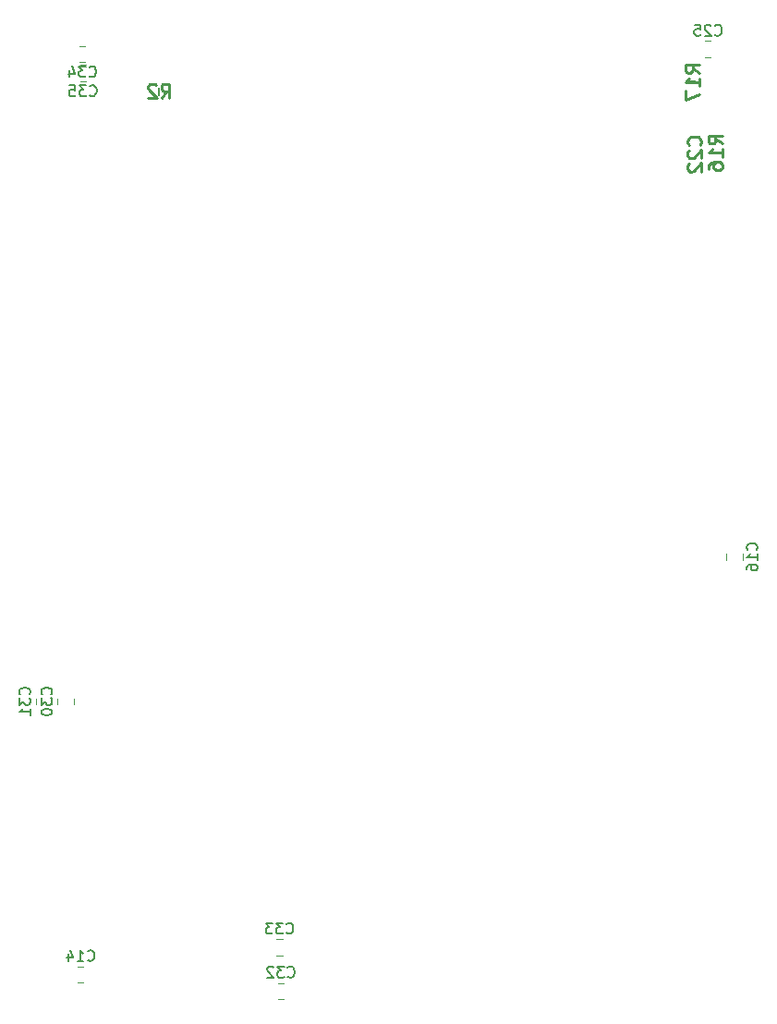
<source format=gbr>
%TF.GenerationSoftware,KiCad,Pcbnew,9.0.7*%
%TF.CreationDate,2026-02-25T21:26:21-06:00*%
%TF.ProjectId,circle_of_life,63697263-6c65-45f6-9f66-5f6c6966652e,rev?*%
%TF.SameCoordinates,Original*%
%TF.FileFunction,Legend,Bot*%
%TF.FilePolarity,Positive*%
%FSLAX46Y46*%
G04 Gerber Fmt 4.6, Leading zero omitted, Abs format (unit mm)*
G04 Created by KiCad (PCBNEW 9.0.7) date 2026-02-25 21:26:21*
%MOMM*%
%LPD*%
G01*
G04 APERTURE LIST*
%ADD10C,0.254000*%
%ADD11C,0.150000*%
%ADD12C,0.200000*%
%ADD13C,0.120000*%
G04 APERTURE END LIST*
D10*
X151174318Y-111693571D02*
X150569556Y-111270237D01*
X151174318Y-110967856D02*
X149904318Y-110967856D01*
X149904318Y-110967856D02*
X149904318Y-111451666D01*
X149904318Y-111451666D02*
X149964794Y-111572618D01*
X149964794Y-111572618D02*
X150025270Y-111633095D01*
X150025270Y-111633095D02*
X150146222Y-111693571D01*
X150146222Y-111693571D02*
X150327651Y-111693571D01*
X150327651Y-111693571D02*
X150448603Y-111633095D01*
X150448603Y-111633095D02*
X150509080Y-111572618D01*
X150509080Y-111572618D02*
X150569556Y-111451666D01*
X150569556Y-111451666D02*
X150569556Y-110967856D01*
X151174318Y-112903095D02*
X151174318Y-112177380D01*
X151174318Y-112540237D02*
X149904318Y-112540237D01*
X149904318Y-112540237D02*
X150085746Y-112419285D01*
X150085746Y-112419285D02*
X150206699Y-112298333D01*
X150206699Y-112298333D02*
X150267175Y-112177380D01*
X149904318Y-113326428D02*
X149904318Y-114173095D01*
X149904318Y-114173095D02*
X151174318Y-113628809D01*
D11*
X95292857Y-111989580D02*
X95340476Y-112037200D01*
X95340476Y-112037200D02*
X95483333Y-112084819D01*
X95483333Y-112084819D02*
X95578571Y-112084819D01*
X95578571Y-112084819D02*
X95721428Y-112037200D01*
X95721428Y-112037200D02*
X95816666Y-111941961D01*
X95816666Y-111941961D02*
X95864285Y-111846723D01*
X95864285Y-111846723D02*
X95911904Y-111656247D01*
X95911904Y-111656247D02*
X95911904Y-111513390D01*
X95911904Y-111513390D02*
X95864285Y-111322914D01*
X95864285Y-111322914D02*
X95816666Y-111227676D01*
X95816666Y-111227676D02*
X95721428Y-111132438D01*
X95721428Y-111132438D02*
X95578571Y-111084819D01*
X95578571Y-111084819D02*
X95483333Y-111084819D01*
X95483333Y-111084819D02*
X95340476Y-111132438D01*
X95340476Y-111132438D02*
X95292857Y-111180057D01*
X94959523Y-111084819D02*
X94340476Y-111084819D01*
X94340476Y-111084819D02*
X94673809Y-111465771D01*
X94673809Y-111465771D02*
X94530952Y-111465771D01*
X94530952Y-111465771D02*
X94435714Y-111513390D01*
X94435714Y-111513390D02*
X94388095Y-111561009D01*
X94388095Y-111561009D02*
X94340476Y-111656247D01*
X94340476Y-111656247D02*
X94340476Y-111894342D01*
X94340476Y-111894342D02*
X94388095Y-111989580D01*
X94388095Y-111989580D02*
X94435714Y-112037200D01*
X94435714Y-112037200D02*
X94530952Y-112084819D01*
X94530952Y-112084819D02*
X94816666Y-112084819D01*
X94816666Y-112084819D02*
X94911904Y-112037200D01*
X94911904Y-112037200D02*
X94959523Y-111989580D01*
X93483333Y-111418152D02*
X93483333Y-112084819D01*
X93721428Y-111037200D02*
X93959523Y-111751485D01*
X93959523Y-111751485D02*
X93340476Y-111751485D01*
X156439580Y-155387142D02*
X156487200Y-155339523D01*
X156487200Y-155339523D02*
X156534819Y-155196666D01*
X156534819Y-155196666D02*
X156534819Y-155101428D01*
X156534819Y-155101428D02*
X156487200Y-154958571D01*
X156487200Y-154958571D02*
X156391961Y-154863333D01*
X156391961Y-154863333D02*
X156296723Y-154815714D01*
X156296723Y-154815714D02*
X156106247Y-154768095D01*
X156106247Y-154768095D02*
X155963390Y-154768095D01*
X155963390Y-154768095D02*
X155772914Y-154815714D01*
X155772914Y-154815714D02*
X155677676Y-154863333D01*
X155677676Y-154863333D02*
X155582438Y-154958571D01*
X155582438Y-154958571D02*
X155534819Y-155101428D01*
X155534819Y-155101428D02*
X155534819Y-155196666D01*
X155534819Y-155196666D02*
X155582438Y-155339523D01*
X155582438Y-155339523D02*
X155630057Y-155387142D01*
X156534819Y-156339523D02*
X156534819Y-155768095D01*
X156534819Y-156053809D02*
X155534819Y-156053809D01*
X155534819Y-156053809D02*
X155677676Y-155958571D01*
X155677676Y-155958571D02*
X155772914Y-155863333D01*
X155772914Y-155863333D02*
X155820533Y-155768095D01*
X155534819Y-157196666D02*
X155534819Y-157006190D01*
X155534819Y-157006190D02*
X155582438Y-156910952D01*
X155582438Y-156910952D02*
X155630057Y-156863333D01*
X155630057Y-156863333D02*
X155772914Y-156768095D01*
X155772914Y-156768095D02*
X155963390Y-156720476D01*
X155963390Y-156720476D02*
X156344342Y-156720476D01*
X156344342Y-156720476D02*
X156439580Y-156768095D01*
X156439580Y-156768095D02*
X156487200Y-156815714D01*
X156487200Y-156815714D02*
X156534819Y-156910952D01*
X156534819Y-156910952D02*
X156534819Y-157101428D01*
X156534819Y-157101428D02*
X156487200Y-157196666D01*
X156487200Y-157196666D02*
X156439580Y-157244285D01*
X156439580Y-157244285D02*
X156344342Y-157291904D01*
X156344342Y-157291904D02*
X156106247Y-157291904D01*
X156106247Y-157291904D02*
X156011009Y-157244285D01*
X156011009Y-157244285D02*
X155963390Y-157196666D01*
X155963390Y-157196666D02*
X155915771Y-157101428D01*
X155915771Y-157101428D02*
X155915771Y-156910952D01*
X155915771Y-156910952D02*
X155963390Y-156815714D01*
X155963390Y-156815714D02*
X156011009Y-156768095D01*
X156011009Y-156768095D02*
X156106247Y-156720476D01*
D10*
X151253365Y-118313571D02*
X151313842Y-118253095D01*
X151313842Y-118253095D02*
X151374318Y-118071666D01*
X151374318Y-118071666D02*
X151374318Y-117950714D01*
X151374318Y-117950714D02*
X151313842Y-117769285D01*
X151313842Y-117769285D02*
X151192889Y-117648333D01*
X151192889Y-117648333D02*
X151071937Y-117587856D01*
X151071937Y-117587856D02*
X150830032Y-117527380D01*
X150830032Y-117527380D02*
X150648603Y-117527380D01*
X150648603Y-117527380D02*
X150406699Y-117587856D01*
X150406699Y-117587856D02*
X150285746Y-117648333D01*
X150285746Y-117648333D02*
X150164794Y-117769285D01*
X150164794Y-117769285D02*
X150104318Y-117950714D01*
X150104318Y-117950714D02*
X150104318Y-118071666D01*
X150104318Y-118071666D02*
X150164794Y-118253095D01*
X150164794Y-118253095D02*
X150225270Y-118313571D01*
X150225270Y-118797380D02*
X150164794Y-118857856D01*
X150164794Y-118857856D02*
X150104318Y-118978809D01*
X150104318Y-118978809D02*
X150104318Y-119281190D01*
X150104318Y-119281190D02*
X150164794Y-119402142D01*
X150164794Y-119402142D02*
X150225270Y-119462618D01*
X150225270Y-119462618D02*
X150346222Y-119523095D01*
X150346222Y-119523095D02*
X150467175Y-119523095D01*
X150467175Y-119523095D02*
X150648603Y-119462618D01*
X150648603Y-119462618D02*
X151374318Y-118736904D01*
X151374318Y-118736904D02*
X151374318Y-119523095D01*
X150225270Y-120006904D02*
X150164794Y-120067380D01*
X150164794Y-120067380D02*
X150104318Y-120188333D01*
X150104318Y-120188333D02*
X150104318Y-120490714D01*
X150104318Y-120490714D02*
X150164794Y-120611666D01*
X150164794Y-120611666D02*
X150225270Y-120672142D01*
X150225270Y-120672142D02*
X150346222Y-120732619D01*
X150346222Y-120732619D02*
X150467175Y-120732619D01*
X150467175Y-120732619D02*
X150648603Y-120672142D01*
X150648603Y-120672142D02*
X151374318Y-119946428D01*
X151374318Y-119946428D02*
X151374318Y-120732619D01*
D11*
X95332857Y-113739580D02*
X95380476Y-113787200D01*
X95380476Y-113787200D02*
X95523333Y-113834819D01*
X95523333Y-113834819D02*
X95618571Y-113834819D01*
X95618571Y-113834819D02*
X95761428Y-113787200D01*
X95761428Y-113787200D02*
X95856666Y-113691961D01*
X95856666Y-113691961D02*
X95904285Y-113596723D01*
X95904285Y-113596723D02*
X95951904Y-113406247D01*
X95951904Y-113406247D02*
X95951904Y-113263390D01*
X95951904Y-113263390D02*
X95904285Y-113072914D01*
X95904285Y-113072914D02*
X95856666Y-112977676D01*
X95856666Y-112977676D02*
X95761428Y-112882438D01*
X95761428Y-112882438D02*
X95618571Y-112834819D01*
X95618571Y-112834819D02*
X95523333Y-112834819D01*
X95523333Y-112834819D02*
X95380476Y-112882438D01*
X95380476Y-112882438D02*
X95332857Y-112930057D01*
X94999523Y-112834819D02*
X94380476Y-112834819D01*
X94380476Y-112834819D02*
X94713809Y-113215771D01*
X94713809Y-113215771D02*
X94570952Y-113215771D01*
X94570952Y-113215771D02*
X94475714Y-113263390D01*
X94475714Y-113263390D02*
X94428095Y-113311009D01*
X94428095Y-113311009D02*
X94380476Y-113406247D01*
X94380476Y-113406247D02*
X94380476Y-113644342D01*
X94380476Y-113644342D02*
X94428095Y-113739580D01*
X94428095Y-113739580D02*
X94475714Y-113787200D01*
X94475714Y-113787200D02*
X94570952Y-113834819D01*
X94570952Y-113834819D02*
X94856666Y-113834819D01*
X94856666Y-113834819D02*
X94951904Y-113787200D01*
X94951904Y-113787200D02*
X94999523Y-113739580D01*
X93475714Y-112834819D02*
X93951904Y-112834819D01*
X93951904Y-112834819D02*
X93999523Y-113311009D01*
X93999523Y-113311009D02*
X93951904Y-113263390D01*
X93951904Y-113263390D02*
X93856666Y-113215771D01*
X93856666Y-113215771D02*
X93618571Y-113215771D01*
X93618571Y-113215771D02*
X93523333Y-113263390D01*
X93523333Y-113263390D02*
X93475714Y-113311009D01*
X93475714Y-113311009D02*
X93428095Y-113406247D01*
X93428095Y-113406247D02*
X93428095Y-113644342D01*
X93428095Y-113644342D02*
X93475714Y-113739580D01*
X93475714Y-113739580D02*
X93523333Y-113787200D01*
X93523333Y-113787200D02*
X93618571Y-113834819D01*
X93618571Y-113834819D02*
X93856666Y-113834819D01*
X93856666Y-113834819D02*
X93951904Y-113787200D01*
X93951904Y-113787200D02*
X93999523Y-113739580D01*
X152628653Y-108189580D02*
X152676272Y-108237200D01*
X152676272Y-108237200D02*
X152819129Y-108284819D01*
X152819129Y-108284819D02*
X152914367Y-108284819D01*
X152914367Y-108284819D02*
X153057224Y-108237200D01*
X153057224Y-108237200D02*
X153152462Y-108141961D01*
X153152462Y-108141961D02*
X153200081Y-108046723D01*
X153200081Y-108046723D02*
X153247700Y-107856247D01*
X153247700Y-107856247D02*
X153247700Y-107713390D01*
X153247700Y-107713390D02*
X153200081Y-107522914D01*
X153200081Y-107522914D02*
X153152462Y-107427676D01*
X153152462Y-107427676D02*
X153057224Y-107332438D01*
X153057224Y-107332438D02*
X152914367Y-107284819D01*
X152914367Y-107284819D02*
X152819129Y-107284819D01*
X152819129Y-107284819D02*
X152676272Y-107332438D01*
X152676272Y-107332438D02*
X152628653Y-107380057D01*
X152247700Y-107380057D02*
X152200081Y-107332438D01*
X152200081Y-107332438D02*
X152104843Y-107284819D01*
X152104843Y-107284819D02*
X151866748Y-107284819D01*
X151866748Y-107284819D02*
X151771510Y-107332438D01*
X151771510Y-107332438D02*
X151723891Y-107380057D01*
X151723891Y-107380057D02*
X151676272Y-107475295D01*
X151676272Y-107475295D02*
X151676272Y-107570533D01*
X151676272Y-107570533D02*
X151723891Y-107713390D01*
X151723891Y-107713390D02*
X152295319Y-108284819D01*
X152295319Y-108284819D02*
X151676272Y-108284819D01*
X150771510Y-107284819D02*
X151247700Y-107284819D01*
X151247700Y-107284819D02*
X151295319Y-107761009D01*
X151295319Y-107761009D02*
X151247700Y-107713390D01*
X151247700Y-107713390D02*
X151152462Y-107665771D01*
X151152462Y-107665771D02*
X150914367Y-107665771D01*
X150914367Y-107665771D02*
X150819129Y-107713390D01*
X150819129Y-107713390D02*
X150771510Y-107761009D01*
X150771510Y-107761009D02*
X150723891Y-107856247D01*
X150723891Y-107856247D02*
X150723891Y-108094342D01*
X150723891Y-108094342D02*
X150771510Y-108189580D01*
X150771510Y-108189580D02*
X150819129Y-108237200D01*
X150819129Y-108237200D02*
X150914367Y-108284819D01*
X150914367Y-108284819D02*
X151152462Y-108284819D01*
X151152462Y-108284819D02*
X151247700Y-108237200D01*
X151247700Y-108237200D02*
X151295319Y-108189580D01*
D10*
X153274318Y-118183571D02*
X152669556Y-117760237D01*
X153274318Y-117457856D02*
X152004318Y-117457856D01*
X152004318Y-117457856D02*
X152004318Y-117941666D01*
X152004318Y-117941666D02*
X152064794Y-118062618D01*
X152064794Y-118062618D02*
X152125270Y-118123095D01*
X152125270Y-118123095D02*
X152246222Y-118183571D01*
X152246222Y-118183571D02*
X152427651Y-118183571D01*
X152427651Y-118183571D02*
X152548603Y-118123095D01*
X152548603Y-118123095D02*
X152609080Y-118062618D01*
X152609080Y-118062618D02*
X152669556Y-117941666D01*
X152669556Y-117941666D02*
X152669556Y-117457856D01*
X153274318Y-119393095D02*
X153274318Y-118667380D01*
X153274318Y-119030237D02*
X152004318Y-119030237D01*
X152004318Y-119030237D02*
X152185746Y-118909285D01*
X152185746Y-118909285D02*
X152306699Y-118788333D01*
X152306699Y-118788333D02*
X152367175Y-118667380D01*
X152004318Y-120481666D02*
X152004318Y-120239761D01*
X152004318Y-120239761D02*
X152064794Y-120118809D01*
X152064794Y-120118809D02*
X152125270Y-120058333D01*
X152125270Y-120058333D02*
X152306699Y-119937380D01*
X152306699Y-119937380D02*
X152548603Y-119876904D01*
X152548603Y-119876904D02*
X153032413Y-119876904D01*
X153032413Y-119876904D02*
X153153365Y-119937380D01*
X153153365Y-119937380D02*
X153213842Y-119997857D01*
X153213842Y-119997857D02*
X153274318Y-120118809D01*
X153274318Y-120118809D02*
X153274318Y-120360714D01*
X153274318Y-120360714D02*
X153213842Y-120481666D01*
X153213842Y-120481666D02*
X153153365Y-120542142D01*
X153153365Y-120542142D02*
X153032413Y-120602619D01*
X153032413Y-120602619D02*
X152730032Y-120602619D01*
X152730032Y-120602619D02*
X152609080Y-120542142D01*
X152609080Y-120542142D02*
X152548603Y-120481666D01*
X152548603Y-120481666D02*
X152488127Y-120360714D01*
X152488127Y-120360714D02*
X152488127Y-120118809D01*
X152488127Y-120118809D02*
X152548603Y-119997857D01*
X152548603Y-119997857D02*
X152609080Y-119937380D01*
X152609080Y-119937380D02*
X152730032Y-119876904D01*
D11*
X113472857Y-194479580D02*
X113520476Y-194527200D01*
X113520476Y-194527200D02*
X113663333Y-194574819D01*
X113663333Y-194574819D02*
X113758571Y-194574819D01*
X113758571Y-194574819D02*
X113901428Y-194527200D01*
X113901428Y-194527200D02*
X113996666Y-194431961D01*
X113996666Y-194431961D02*
X114044285Y-194336723D01*
X114044285Y-194336723D02*
X114091904Y-194146247D01*
X114091904Y-194146247D02*
X114091904Y-194003390D01*
X114091904Y-194003390D02*
X114044285Y-193812914D01*
X114044285Y-193812914D02*
X113996666Y-193717676D01*
X113996666Y-193717676D02*
X113901428Y-193622438D01*
X113901428Y-193622438D02*
X113758571Y-193574819D01*
X113758571Y-193574819D02*
X113663333Y-193574819D01*
X113663333Y-193574819D02*
X113520476Y-193622438D01*
X113520476Y-193622438D02*
X113472857Y-193670057D01*
X113139523Y-193574819D02*
X112520476Y-193574819D01*
X112520476Y-193574819D02*
X112853809Y-193955771D01*
X112853809Y-193955771D02*
X112710952Y-193955771D01*
X112710952Y-193955771D02*
X112615714Y-194003390D01*
X112615714Y-194003390D02*
X112568095Y-194051009D01*
X112568095Y-194051009D02*
X112520476Y-194146247D01*
X112520476Y-194146247D02*
X112520476Y-194384342D01*
X112520476Y-194384342D02*
X112568095Y-194479580D01*
X112568095Y-194479580D02*
X112615714Y-194527200D01*
X112615714Y-194527200D02*
X112710952Y-194574819D01*
X112710952Y-194574819D02*
X112996666Y-194574819D01*
X112996666Y-194574819D02*
X113091904Y-194527200D01*
X113091904Y-194527200D02*
X113139523Y-194479580D01*
X112139523Y-193670057D02*
X112091904Y-193622438D01*
X112091904Y-193622438D02*
X111996666Y-193574819D01*
X111996666Y-193574819D02*
X111758571Y-193574819D01*
X111758571Y-193574819D02*
X111663333Y-193622438D01*
X111663333Y-193622438D02*
X111615714Y-193670057D01*
X111615714Y-193670057D02*
X111568095Y-193765295D01*
X111568095Y-193765295D02*
X111568095Y-193860533D01*
X111568095Y-193860533D02*
X111615714Y-194003390D01*
X111615714Y-194003390D02*
X112187142Y-194574819D01*
X112187142Y-194574819D02*
X111568095Y-194574819D01*
D10*
X101891666Y-113974318D02*
X102315000Y-113369556D01*
X102617381Y-113974318D02*
X102617381Y-112704318D01*
X102617381Y-112704318D02*
X102133571Y-112704318D01*
X102133571Y-112704318D02*
X102012619Y-112764794D01*
X102012619Y-112764794D02*
X101952142Y-112825270D01*
X101952142Y-112825270D02*
X101891666Y-112946222D01*
X101891666Y-112946222D02*
X101891666Y-113127651D01*
X101891666Y-113127651D02*
X101952142Y-113248603D01*
X101952142Y-113248603D02*
X102012619Y-113309080D01*
X102012619Y-113309080D02*
X102133571Y-113369556D01*
X102133571Y-113369556D02*
X102617381Y-113369556D01*
X101407857Y-112825270D02*
X101347381Y-112764794D01*
X101347381Y-112764794D02*
X101226428Y-112704318D01*
X101226428Y-112704318D02*
X100924047Y-112704318D01*
X100924047Y-112704318D02*
X100803095Y-112764794D01*
X100803095Y-112764794D02*
X100742619Y-112825270D01*
X100742619Y-112825270D02*
X100682142Y-112946222D01*
X100682142Y-112946222D02*
X100682142Y-113067175D01*
X100682142Y-113067175D02*
X100742619Y-113248603D01*
X100742619Y-113248603D02*
X101468333Y-113974318D01*
X101468333Y-113974318D02*
X100682142Y-113974318D01*
D11*
X95142857Y-192979580D02*
X95190476Y-193027200D01*
X95190476Y-193027200D02*
X95333333Y-193074819D01*
X95333333Y-193074819D02*
X95428571Y-193074819D01*
X95428571Y-193074819D02*
X95571428Y-193027200D01*
X95571428Y-193027200D02*
X95666666Y-192931961D01*
X95666666Y-192931961D02*
X95714285Y-192836723D01*
X95714285Y-192836723D02*
X95761904Y-192646247D01*
X95761904Y-192646247D02*
X95761904Y-192503390D01*
X95761904Y-192503390D02*
X95714285Y-192312914D01*
X95714285Y-192312914D02*
X95666666Y-192217676D01*
X95666666Y-192217676D02*
X95571428Y-192122438D01*
X95571428Y-192122438D02*
X95428571Y-192074819D01*
X95428571Y-192074819D02*
X95333333Y-192074819D01*
X95333333Y-192074819D02*
X95190476Y-192122438D01*
X95190476Y-192122438D02*
X95142857Y-192170057D01*
X94190476Y-193074819D02*
X94761904Y-193074819D01*
X94476190Y-193074819D02*
X94476190Y-192074819D01*
X94476190Y-192074819D02*
X94571428Y-192217676D01*
X94571428Y-192217676D02*
X94666666Y-192312914D01*
X94666666Y-192312914D02*
X94761904Y-192360533D01*
X93333333Y-192408152D02*
X93333333Y-193074819D01*
X93571428Y-192027200D02*
X93809523Y-192741485D01*
X93809523Y-192741485D02*
X93190476Y-192741485D01*
X91779580Y-168627142D02*
X91827200Y-168579523D01*
X91827200Y-168579523D02*
X91874819Y-168436666D01*
X91874819Y-168436666D02*
X91874819Y-168341428D01*
X91874819Y-168341428D02*
X91827200Y-168198571D01*
X91827200Y-168198571D02*
X91731961Y-168103333D01*
X91731961Y-168103333D02*
X91636723Y-168055714D01*
X91636723Y-168055714D02*
X91446247Y-168008095D01*
X91446247Y-168008095D02*
X91303390Y-168008095D01*
X91303390Y-168008095D02*
X91112914Y-168055714D01*
X91112914Y-168055714D02*
X91017676Y-168103333D01*
X91017676Y-168103333D02*
X90922438Y-168198571D01*
X90922438Y-168198571D02*
X90874819Y-168341428D01*
X90874819Y-168341428D02*
X90874819Y-168436666D01*
X90874819Y-168436666D02*
X90922438Y-168579523D01*
X90922438Y-168579523D02*
X90970057Y-168627142D01*
X90874819Y-168960476D02*
X90874819Y-169579523D01*
X90874819Y-169579523D02*
X91255771Y-169246190D01*
X91255771Y-169246190D02*
X91255771Y-169389047D01*
X91255771Y-169389047D02*
X91303390Y-169484285D01*
X91303390Y-169484285D02*
X91351009Y-169531904D01*
X91351009Y-169531904D02*
X91446247Y-169579523D01*
X91446247Y-169579523D02*
X91684342Y-169579523D01*
X91684342Y-169579523D02*
X91779580Y-169531904D01*
X91779580Y-169531904D02*
X91827200Y-169484285D01*
X91827200Y-169484285D02*
X91874819Y-169389047D01*
X91874819Y-169389047D02*
X91874819Y-169103333D01*
X91874819Y-169103333D02*
X91827200Y-169008095D01*
X91827200Y-169008095D02*
X91779580Y-168960476D01*
X90874819Y-170198571D02*
X90874819Y-170293809D01*
X90874819Y-170293809D02*
X90922438Y-170389047D01*
X90922438Y-170389047D02*
X90970057Y-170436666D01*
X90970057Y-170436666D02*
X91065295Y-170484285D01*
X91065295Y-170484285D02*
X91255771Y-170531904D01*
X91255771Y-170531904D02*
X91493866Y-170531904D01*
X91493866Y-170531904D02*
X91684342Y-170484285D01*
X91684342Y-170484285D02*
X91779580Y-170436666D01*
X91779580Y-170436666D02*
X91827200Y-170389047D01*
X91827200Y-170389047D02*
X91874819Y-170293809D01*
X91874819Y-170293809D02*
X91874819Y-170198571D01*
X91874819Y-170198571D02*
X91827200Y-170103333D01*
X91827200Y-170103333D02*
X91779580Y-170055714D01*
X91779580Y-170055714D02*
X91684342Y-170008095D01*
X91684342Y-170008095D02*
X91493866Y-169960476D01*
X91493866Y-169960476D02*
X91255771Y-169960476D01*
X91255771Y-169960476D02*
X91065295Y-170008095D01*
X91065295Y-170008095D02*
X90970057Y-170055714D01*
X90970057Y-170055714D02*
X90922438Y-170103333D01*
X90922438Y-170103333D02*
X90874819Y-170198571D01*
X89779580Y-168627142D02*
X89827200Y-168579523D01*
X89827200Y-168579523D02*
X89874819Y-168436666D01*
X89874819Y-168436666D02*
X89874819Y-168341428D01*
X89874819Y-168341428D02*
X89827200Y-168198571D01*
X89827200Y-168198571D02*
X89731961Y-168103333D01*
X89731961Y-168103333D02*
X89636723Y-168055714D01*
X89636723Y-168055714D02*
X89446247Y-168008095D01*
X89446247Y-168008095D02*
X89303390Y-168008095D01*
X89303390Y-168008095D02*
X89112914Y-168055714D01*
X89112914Y-168055714D02*
X89017676Y-168103333D01*
X89017676Y-168103333D02*
X88922438Y-168198571D01*
X88922438Y-168198571D02*
X88874819Y-168341428D01*
X88874819Y-168341428D02*
X88874819Y-168436666D01*
X88874819Y-168436666D02*
X88922438Y-168579523D01*
X88922438Y-168579523D02*
X88970057Y-168627142D01*
X88874819Y-168960476D02*
X88874819Y-169579523D01*
X88874819Y-169579523D02*
X89255771Y-169246190D01*
X89255771Y-169246190D02*
X89255771Y-169389047D01*
X89255771Y-169389047D02*
X89303390Y-169484285D01*
X89303390Y-169484285D02*
X89351009Y-169531904D01*
X89351009Y-169531904D02*
X89446247Y-169579523D01*
X89446247Y-169579523D02*
X89684342Y-169579523D01*
X89684342Y-169579523D02*
X89779580Y-169531904D01*
X89779580Y-169531904D02*
X89827200Y-169484285D01*
X89827200Y-169484285D02*
X89874819Y-169389047D01*
X89874819Y-169389047D02*
X89874819Y-169103333D01*
X89874819Y-169103333D02*
X89827200Y-169008095D01*
X89827200Y-169008095D02*
X89779580Y-168960476D01*
X89874819Y-170531904D02*
X89874819Y-169960476D01*
X89874819Y-170246190D02*
X88874819Y-170246190D01*
X88874819Y-170246190D02*
X89017676Y-170150952D01*
X89017676Y-170150952D02*
X89112914Y-170055714D01*
X89112914Y-170055714D02*
X89160533Y-169960476D01*
X113352857Y-190479580D02*
X113400476Y-190527200D01*
X113400476Y-190527200D02*
X113543333Y-190574819D01*
X113543333Y-190574819D02*
X113638571Y-190574819D01*
X113638571Y-190574819D02*
X113781428Y-190527200D01*
X113781428Y-190527200D02*
X113876666Y-190431961D01*
X113876666Y-190431961D02*
X113924285Y-190336723D01*
X113924285Y-190336723D02*
X113971904Y-190146247D01*
X113971904Y-190146247D02*
X113971904Y-190003390D01*
X113971904Y-190003390D02*
X113924285Y-189812914D01*
X113924285Y-189812914D02*
X113876666Y-189717676D01*
X113876666Y-189717676D02*
X113781428Y-189622438D01*
X113781428Y-189622438D02*
X113638571Y-189574819D01*
X113638571Y-189574819D02*
X113543333Y-189574819D01*
X113543333Y-189574819D02*
X113400476Y-189622438D01*
X113400476Y-189622438D02*
X113352857Y-189670057D01*
X113019523Y-189574819D02*
X112400476Y-189574819D01*
X112400476Y-189574819D02*
X112733809Y-189955771D01*
X112733809Y-189955771D02*
X112590952Y-189955771D01*
X112590952Y-189955771D02*
X112495714Y-190003390D01*
X112495714Y-190003390D02*
X112448095Y-190051009D01*
X112448095Y-190051009D02*
X112400476Y-190146247D01*
X112400476Y-190146247D02*
X112400476Y-190384342D01*
X112400476Y-190384342D02*
X112448095Y-190479580D01*
X112448095Y-190479580D02*
X112495714Y-190527200D01*
X112495714Y-190527200D02*
X112590952Y-190574819D01*
X112590952Y-190574819D02*
X112876666Y-190574819D01*
X112876666Y-190574819D02*
X112971904Y-190527200D01*
X112971904Y-190527200D02*
X113019523Y-190479580D01*
X112067142Y-189574819D02*
X111448095Y-189574819D01*
X111448095Y-189574819D02*
X111781428Y-189955771D01*
X111781428Y-189955771D02*
X111638571Y-189955771D01*
X111638571Y-189955771D02*
X111543333Y-190003390D01*
X111543333Y-190003390D02*
X111495714Y-190051009D01*
X111495714Y-190051009D02*
X111448095Y-190146247D01*
X111448095Y-190146247D02*
X111448095Y-190384342D01*
X111448095Y-190384342D02*
X111495714Y-190479580D01*
X111495714Y-190479580D02*
X111543333Y-190527200D01*
X111543333Y-190527200D02*
X111638571Y-190574819D01*
X111638571Y-190574819D02*
X111924285Y-190574819D01*
X111924285Y-190574819D02*
X112019523Y-190527200D01*
X112019523Y-190527200D02*
X112067142Y-190479580D01*
D12*
%TO.C,R17*%
X150900000Y-112510000D02*
X150300000Y-112510000D01*
D13*
%TO.C,C34*%
X94388748Y-109215000D02*
X94911252Y-109215000D01*
X94388748Y-110685000D02*
X94911252Y-110685000D01*
%TO.C,C16*%
X153665000Y-156291252D02*
X153665000Y-155768748D01*
X155135000Y-156291252D02*
X155135000Y-155768748D01*
%TO.C,C35*%
X94428748Y-110965000D02*
X94951252Y-110965000D01*
X94428748Y-112435000D02*
X94951252Y-112435000D01*
%TO.C,C25*%
X152247048Y-108775000D02*
X151724544Y-108775000D01*
X152247048Y-110245000D02*
X151724544Y-110245000D01*
D12*
%TO.C,R16*%
X152400000Y-119000000D02*
X153000000Y-119000000D01*
D13*
%TO.C,C32*%
X113091252Y-195065000D02*
X112568748Y-195065000D01*
X113091252Y-196535000D02*
X112568748Y-196535000D01*
D12*
%TO.C,R2*%
X101680000Y-113700000D02*
X101680000Y-113100000D01*
D13*
%TO.C,C14*%
X94761252Y-193565000D02*
X94238748Y-193565000D01*
X94761252Y-195035000D02*
X94238748Y-195035000D01*
%TO.C,C30*%
X92365000Y-169008748D02*
X92365000Y-169531252D01*
X93835000Y-169008748D02*
X93835000Y-169531252D01*
%TO.C,C31*%
X90365000Y-169008748D02*
X90365000Y-169531252D01*
X91835000Y-169008748D02*
X91835000Y-169531252D01*
%TO.C,C33*%
X112971252Y-191065000D02*
X112448748Y-191065000D01*
X112971252Y-192535000D02*
X112448748Y-192535000D01*
%TD*%
M02*

</source>
